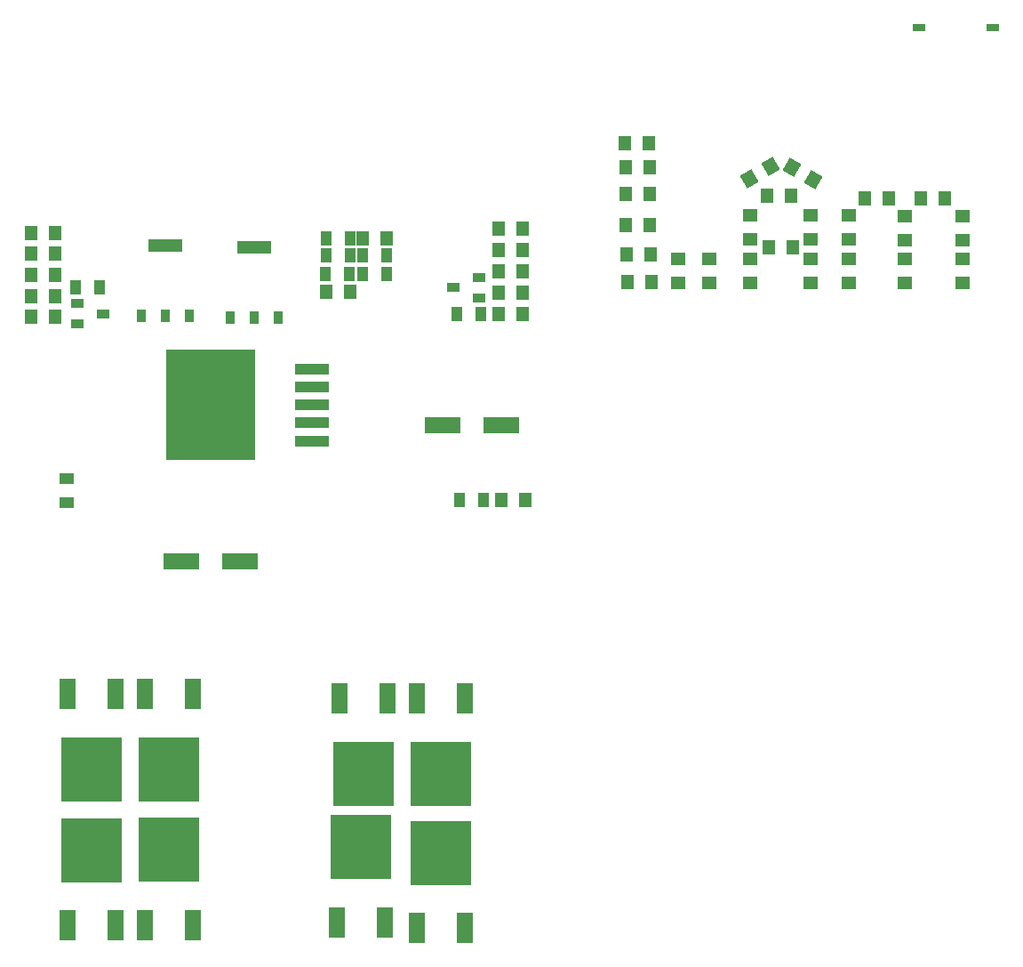
<source format=gtp>
G04*
G04 #@! TF.GenerationSoftware,Altium Limited,Altium Designer,18.1.6 (161)*
G04*
G04 Layer_Color=8421504*
%FSTAX24Y24*%
%MOIN*%
G70*
G01*
G75*
%ADD20R,0.0472X0.0315*%
%ADD21R,0.0500X0.0550*%
%ADD22R,0.0550X0.0500*%
G04:AMPARAMS|DCode=23|XSize=50mil|YSize=55mil|CornerRadius=0mil|HoleSize=0mil|Usage=FLASHONLY|Rotation=330.000|XOffset=0mil|YOffset=0mil|HoleType=Round|Shape=Rectangle|*
%AMROTATEDRECTD23*
4,1,4,-0.0354,-0.0113,-0.0079,0.0363,0.0354,0.0113,0.0079,-0.0363,-0.0354,-0.0113,0.0*
%
%ADD23ROTATEDRECTD23*%

G04:AMPARAMS|DCode=24|XSize=50mil|YSize=55mil|CornerRadius=0mil|HoleSize=0mil|Usage=FLASHONLY|Rotation=210.000|XOffset=0mil|YOffset=0mil|HoleType=Round|Shape=Rectangle|*
%AMROTATEDRECTD24*
4,1,4,0.0079,0.0363,0.0354,-0.0113,-0.0079,-0.0363,-0.0354,0.0113,0.0079,0.0363,0.0*
%
%ADD24ROTATEDRECTD24*%

%ADD25R,0.0550X0.0394*%
%ADD26R,0.1378X0.0630*%
%ADD27R,0.3331X0.4146*%
%ADD28R,0.1264X0.0413*%
%ADD29R,0.0394X0.0550*%
%ADD30R,0.2283X0.2441*%
%ADD31R,0.0630X0.1181*%
%ADD32R,0.0366X0.0516*%
%ADD33R,0.1276X0.0516*%
%ADD34R,0.0472X0.0335*%
G36*
X095772Y062132D02*
X095276D01*
Y062691D01*
X095772D01*
Y062132D01*
D02*
G37*
G36*
X094937D02*
X094441D01*
Y062691D01*
X094937D01*
Y062132D01*
D02*
G37*
G36*
X094103D02*
X093607D01*
Y062691D01*
X094103D01*
Y062132D01*
D02*
G37*
G36*
X093268D02*
X092772D01*
Y062691D01*
X093268D01*
Y062132D01*
D02*
G37*
G36*
X095772Y061301D02*
X095276D01*
Y06186D01*
X095772D01*
Y061301D01*
D02*
G37*
G36*
X094937D02*
X094441D01*
Y06186D01*
X094937D01*
Y061301D01*
D02*
G37*
G36*
X094103D02*
X093607D01*
Y06186D01*
X094103D01*
Y061301D01*
D02*
G37*
G36*
X093268D02*
X092772D01*
Y06186D01*
X093268D01*
Y061301D01*
D02*
G37*
G36*
X095772Y06047D02*
X095276D01*
Y06103D01*
X095772D01*
Y06047D01*
D02*
G37*
G36*
X094937D02*
X094441D01*
Y06103D01*
X094937D01*
Y06047D01*
D02*
G37*
G36*
X094103D02*
X093607D01*
Y06103D01*
X094103D01*
Y06047D01*
D02*
G37*
G36*
X093268D02*
X092772D01*
Y06103D01*
X093268D01*
Y06047D01*
D02*
G37*
G36*
X095772Y05964D02*
X095276D01*
Y060199D01*
X095772D01*
Y05964D01*
D02*
G37*
G36*
X094937D02*
X094441D01*
Y060199D01*
X094937D01*
Y05964D01*
D02*
G37*
G36*
X094103D02*
X093607D01*
Y060199D01*
X094103D01*
Y05964D01*
D02*
G37*
G36*
X093268D02*
X092772D01*
Y060199D01*
X093268D01*
Y05964D01*
D02*
G37*
G36*
X095772Y058809D02*
X095276D01*
Y059368D01*
X095772D01*
Y058809D01*
D02*
G37*
G36*
X094937D02*
X094441D01*
Y059368D01*
X094937D01*
Y058809D01*
D02*
G37*
G36*
X094103D02*
X093607D01*
Y059368D01*
X094103D01*
Y058809D01*
D02*
G37*
G36*
X093268D02*
X092772D01*
Y059368D01*
X093268D01*
Y058809D01*
D02*
G37*
D20*
X123578Y0749D02*
D03*
X120822D02*
D03*
D21*
X1098Y07055D02*
D03*
X1107D02*
D03*
X1099Y06535D02*
D03*
X1108D02*
D03*
X109865Y0664D02*
D03*
X110765D02*
D03*
X109837Y0675D02*
D03*
X110737D02*
D03*
X109837Y068649D02*
D03*
X110737D02*
D03*
X109837Y06965D02*
D03*
X110737D02*
D03*
X115183Y06665D02*
D03*
X116083D02*
D03*
X115133Y0686D02*
D03*
X116033D02*
D03*
X1197Y0685D02*
D03*
X1188D02*
D03*
X1209Y068499D02*
D03*
X1218D02*
D03*
X0995Y065D02*
D03*
X0986D02*
D03*
X10085Y067D02*
D03*
X09995D02*
D03*
X087525Y06405D02*
D03*
X088425D02*
D03*
X087525Y065625D02*
D03*
X088425D02*
D03*
X087525Y066413D02*
D03*
X088425D02*
D03*
X087525Y064837D02*
D03*
X088425D02*
D03*
X087525Y0672D02*
D03*
X088425D02*
D03*
X10595Y06735D02*
D03*
X10505D02*
D03*
X10595Y06575D02*
D03*
X10505D02*
D03*
X10595Y06655D02*
D03*
X10505D02*
D03*
X10595Y06415D02*
D03*
X10505D02*
D03*
X10595Y06495D02*
D03*
X10505D02*
D03*
X10515Y0572D02*
D03*
X10605D02*
D03*
D22*
X1118Y065313D02*
D03*
Y066213D02*
D03*
X11675Y065313D02*
D03*
Y066213D02*
D03*
Y06695D02*
D03*
Y06785D02*
D03*
X114507Y06695D02*
D03*
Y06785D02*
D03*
X1145Y065313D02*
D03*
Y066213D02*
D03*
X11295Y065313D02*
D03*
Y066213D02*
D03*
X1203Y066926D02*
D03*
Y067826D02*
D03*
Y065323D02*
D03*
Y066223D02*
D03*
X1182Y066945D02*
D03*
Y067845D02*
D03*
Y065323D02*
D03*
Y066223D02*
D03*
X12245Y066926D02*
D03*
Y067826D02*
D03*
Y065323D02*
D03*
Y066223D02*
D03*
D23*
X11685Y069211D02*
D03*
X116071Y069661D02*
D03*
D24*
X114471Y069236D02*
D03*
X11525Y069686D02*
D03*
D25*
X08885Y058D02*
D03*
Y0571D02*
D03*
D26*
X10515Y06D02*
D03*
X102945D02*
D03*
X09315Y0549D02*
D03*
X095355D02*
D03*
D27*
X094272Y06075D02*
D03*
D28*
X098063Y062089D02*
D03*
Y061419D02*
D03*
Y06075D02*
D03*
Y060081D02*
D03*
Y059411D02*
D03*
D29*
X09945Y06565D02*
D03*
X09855D02*
D03*
X0986Y067D02*
D03*
X0995D02*
D03*
X100863Y06635D02*
D03*
X099963D02*
D03*
X0995D02*
D03*
X0986D02*
D03*
X10085Y06565D02*
D03*
X09995D02*
D03*
X1044Y06415D02*
D03*
X1035D02*
D03*
X0892Y065175D02*
D03*
X0901D02*
D03*
X1045Y0572D02*
D03*
X1036D02*
D03*
D30*
X0898Y0471D02*
D03*
X1029Y043975D02*
D03*
Y046925D02*
D03*
X0999Y0442D02*
D03*
X1Y046925D02*
D03*
X0927Y0441D02*
D03*
Y0471D02*
D03*
X0898Y044077D02*
D03*
D31*
X0889Y049927D02*
D03*
X0907D02*
D03*
X102Y041148D02*
D03*
X1038D02*
D03*
Y049752D02*
D03*
X102D02*
D03*
X099Y041373D02*
D03*
X1008D02*
D03*
X1009Y049752D02*
D03*
X0991D02*
D03*
X0918Y041273D02*
D03*
X0936D02*
D03*
Y049927D02*
D03*
X0918D02*
D03*
X0889Y04125D02*
D03*
X0907D02*
D03*
D32*
X094998Y064033D02*
D03*
X0959D02*
D03*
X096802D02*
D03*
X091648Y0641D02*
D03*
X09255D02*
D03*
X093452D02*
D03*
D33*
X0959Y066667D02*
D03*
X09255Y066734D02*
D03*
D34*
X089258Y064549D02*
D03*
X08926Y063805D02*
D03*
X090242Y064175D02*
D03*
X104342Y064776D02*
D03*
X10434Y06552D02*
D03*
X103358Y06515D02*
D03*
M02*

</source>
